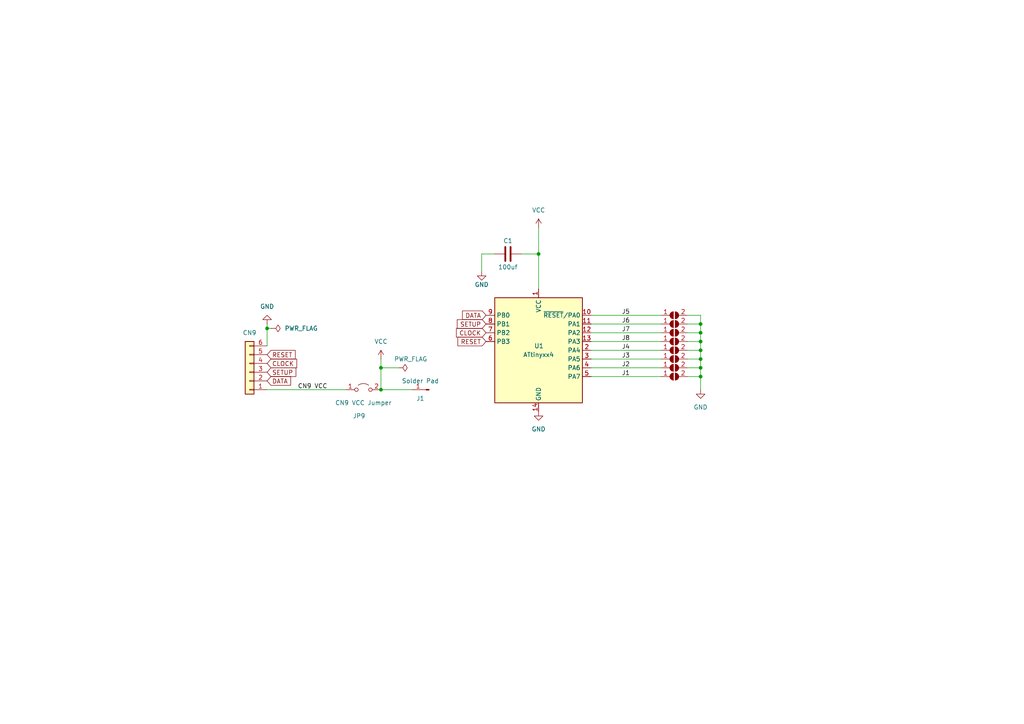
<source format=kicad_sch>
(kicad_sch (version 20211123) (generator eeschema)
  (paper "A4")
  (title_block (title "openkey-cps2") (rev "${REV}"))
  (lib_symbols
    (symbol "Connector:Conn_01x01_Male" (pin_names (offset 1.016) hide)
      (property "Reference" "J" (at 0 2.54 0))
      (property "Value" "Conn_01x01_Male" (at 0 -2.54 0))
      (symbol "Conn_01x01_Male_1_1"
        (polyline (pts (xy 1.27 0) (xy 0.8636 0)) (stroke (width 0.1524)))
        (rectangle (start 0.8636 0.127) (end 0 -0.127) (stroke (width 0.1524)) (fill (type outline)))
        (pin passive line (at 5.08 0 180) (length 3.81) (name "Pin_1") (number "1"))
      )
    )
    (symbol "Connector_Generic:Conn_01x06" (pin_names (offset 1.016) hide)
      (property "Reference" "J" (at 0 7.62 0))
      (property "Value" "Conn_01x06" (at 0 -10.16 0))
      (symbol "Conn_01x06_1_1"
        (rectangle (start -1.27 -7.493) (end 0 -7.747) (stroke (width 0.1524)))
        (rectangle (start -1.27 -4.953) (end 0 -5.207) (stroke (width 0.1524)))
        (rectangle (start -1.27 -2.413) (end 0 -2.667) (stroke (width 0.1524)))
        (rectangle (start -1.27 0.127) (end 0 -0.127) (stroke (width 0.1524)))
        (rectangle (start -1.27 2.667) (end 0 2.413) (stroke (width 0.1524)))
        (rectangle (start -1.27 5.207) (end 0 4.953) (stroke (width 0.1524)))
        (rectangle (start -1.27 6.35) (end 1.27 -8.89) (stroke (width 0.254)) (fill (type background)))
        (pin passive line (at -5.08 5.08 0) (length 3.81) (name "Pin_1") (number "1"))
        (pin passive line (at -5.08 2.54 0) (length 3.81) (name "Pin_2") (number "2"))
        (pin passive line (at -5.08 0 0) (length 3.81) (name "Pin_3") (number "3"))
        (pin passive line (at -5.08 -2.54 0) (length 3.81) (name "Pin_4") (number "4"))
        (pin passive line (at -5.08 -5.08 0) (length 3.81) (name "Pin_5") (number "5"))
        (pin passive line (at -5.08 -7.62 0) (length 3.81) (name "Pin_6") (number "6"))
      )
    )
    (symbol "Device:C" (pin_numbers hide) (pin_names (offset 0.254))
      (property "Reference" "C" (at 0.635 2.54 0))
      (property "Value" "C" (at 0.635 -2.54 0))
      (symbol "C_0_1"
        (polyline (pts (xy -2.032 -0.762) (xy 2.032 -0.762)) (stroke (width 0.508)))
        (polyline (pts (xy -2.032 0.762) (xy 2.032 0.762)) (stroke (width 0.508)))
      )
      (symbol "C_1_1"
        (pin passive line (at 0 3.81 270) (length 2.794) (name "~") (number "1"))
        (pin passive line (at 0 -3.81 90) (length 2.794) (name "~") (number "2"))
      )
    )
    (symbol "Jumper:Jumper_2_Open" (pin_names (offset 0) hide)
      (property "Reference" "JP" (at 0 2.794 0))
      (property "Value" "Jumper_2_Open" (at 0 -2.286 0))
      (symbol "Jumper_2_Open_0_0"
        (circle (center -2.032 0) (radius 0.508))
        (circle (center 2.032 0) (radius 0.508))
      )
      (symbol "Jumper_2_Open_0_1"
        (arc (start 1.524 1.27) (mid 0 1.778) (end -1.524 1.27))
      )
      (symbol "Jumper_2_Open_1_1"
        (pin passive line (at -5.08 0 0) (length 2.54) (name "A") (number "1"))
        (pin passive line (at 5.08 0 180) (length 2.54) (name "B") (number "2"))
      )
    )
    (symbol "Jumper:SolderJumper_2_Open" (pin_names (offset 0) hide)
      (property "Reference" "JP" (at 0 2.032 0))
      (property "Value" "SolderJumper_2_Open" (at 0 -2.54 0))
      (symbol "SolderJumper_2_Open_0_1"
        (arc (start -0.254 1.016) (mid -1.27 0) (end -0.254 -1.016))
        (arc (start -0.254 1.016) (mid -1.27 0) (end -0.254 -1.016) (fill (type outline)))
        (polyline (pts (xy -0.254 1.016) (xy -0.254 -1.016)))
        (polyline (pts (xy 0.254 1.016) (xy 0.254 -1.016)))
        (arc (start 0.254 -1.016) (mid 1.27 0) (end 0.254 1.016))
        (arc (start 0.254 -1.016) (mid 1.27 0) (end 0.254 1.016) (fill (type outline)))
      )
      (symbol "SolderJumper_2_Open_1_1"
        (pin passive line (at -3.81 0 0) (length 2.54) (name "A") (number "1"))
        (pin passive line (at 3.81 0 180) (length 2.54) (name "B") (number "2"))
      )
    )
    (symbol "MCU_Microchip_ATtiny:ATtiny404-SS"
      (property "Reference" "U" (at -12.7 16.51 0))
      (property "Value" "ATtiny404-SS" (at 2.54 -16.51 0))
      (symbol "ATtiny404-SS_0_1"
        (rectangle (start -12.7 -15.24) (end 12.7 15.24) (stroke (width 0.254)) (fill (type background)))
      )
      (symbol "ATtiny404-SS_1_1"
        (pin power_in line (at 0 17.78 270) (length 2.54) (name "VCC") (number "1"))
        (pin bidirectional line (at 15.24 10.16 180) (length 2.54) (name "~{RESET}/PA0") (number "10"))
        (pin bidirectional line (at 15.24 7.62 180) (length 2.54) (name "PA1") (number "11"))
        (pin bidirectional line (at 15.24 5.08 180) (length 2.54) (name "PA2") (number "12"))
        (pin bidirectional line (at 15.24 2.54 180) (length 2.54) (name "PA3") (number "13"))
        (pin power_in line (at 0 -17.78 90) (length 2.54) (name "GND") (number "14"))
        (pin bidirectional line (at 15.24 0 180) (length 2.54) (name "PA4") (number "2"))
        (pin bidirectional line (at 15.24 -2.54 180) (length 2.54) (name "PA5") (number "3"))
        (pin bidirectional line (at 15.24 -5.08 180) (length 2.54) (name "PA6") (number "4"))
        (pin bidirectional line (at 15.24 -7.62 180) (length 2.54) (name "PA7") (number "5"))
        (pin bidirectional line (at -15.24 2.54 0) (length 2.54) (name "PB3") (number "6"))
        (pin bidirectional line (at -15.24 5.08 0) (length 2.54) (name "PB2") (number "7"))
        (pin bidirectional line (at -15.24 7.62 0) (length 2.54) (name "PB1") (number "8"))
        (pin bidirectional line (at -15.24 10.16 0) (length 2.54) (name "PB0") (number "9"))
      )
    )
    (symbol "power:GND" (power) (pin_names (offset 0))
      (property "Value" "GND" (at 0 -3.81 0))
      (symbol "GND_0_1"
        (polyline (pts (xy 0 0) (xy 0 -1.27) (xy 1.27 -1.27) (xy 0 -2.54) (xy -1.27 -1.27) (xy 0 -1.27)))
      )
      (symbol "GND_1_1"
        (pin power_in line (at 0 0 270) (length 0) hide (name "GND") (number "1"))
      )
    )
    (symbol "power:PWR_FLAG" (power) (pin_numbers hide) (pin_names (offset 0) hide)
      (property "Value" "PWR_FLAG" (at 0 3.81 0))
      (symbol "PWR_FLAG_0_0"
        (pin power_out line (at 0 0 90) (length 0) (name "pwr") (number "1"))
      )
      (symbol "PWR_FLAG_0_1"
        (polyline (pts (xy 0 0) (xy 0 1.27) (xy -1.016 1.905) (xy 0 2.54) (xy 1.016 1.905) (xy 0 1.27)))
      )
    )
    (symbol "power:VCC" (power) (pin_names (offset 0))
      (property "Value" "VCC" (at 0 3.81 0))
      (symbol "VCC_0_1"
        (polyline (pts (xy -0.762 1.27) (xy 0 2.54)))
        (polyline (pts (xy 0 0) (xy 0 2.54)))
        (polyline (pts (xy 0 2.54) (xy 0.762 1.27)))
      )
      (symbol "VCC_1_1"
        (pin power_in line (at 0 0 90) (length 0) hide (name "VCC") (number "1"))
      )
    )
  )
  (junction (at 203.2 101.6))
  (junction (at 203.2 109.22))
  (junction (at 77.47 95.25))
  (junction (at 156.21 73.66))
  (junction (at 110.49 113.03))
  (junction (at 203.2 104.14))
  (junction (at 203.2 93.98))
  (junction (at 203.2 106.68))
  (junction (at 203.2 96.52))
  (junction (at 110.49 106.68))
  (junction (at 203.2 99.06))
  (wire (pts (xy 156.21 66.04) (xy 156.21 73.66)))
  (wire (pts (xy 199.39 109.22) (xy 203.2 109.22)))
  (wire (pts (xy 115.57 106.68) (xy 110.49 106.68)))
  (wire (pts (xy 199.39 104.14) (xy 203.2 104.14)))
  (wire (pts (xy 78.74 95.25) (xy 77.47 95.25)))
  (wire (pts (xy 171.45 109.22) (xy 191.77 109.22)))
  (wire (pts (xy 77.47 113.03) (xy 100.33 113.03)))
  (wire (pts (xy 143.51 73.66) (xy 139.7 73.66)))
  (wire (pts (xy 203.2 104.14) (xy 203.2 106.68)))
  (wire (pts (xy 203.2 106.68) (xy 203.2 109.22)))
  (wire (pts (xy 203.2 101.6) (xy 203.2 104.14)))
  (wire (pts (xy 203.2 91.44) (xy 203.2 93.98)))
  (wire (pts (xy 171.45 93.98) (xy 191.77 93.98)))
  (wire (pts (xy 110.49 113.03) (xy 119.38 113.03)))
  (wire (pts (xy 171.45 104.14) (xy 191.77 104.14)))
  (wire (pts (xy 156.21 73.66) (xy 156.21 83.82)))
  (wire (pts (xy 171.45 96.52) (xy 191.77 96.52)))
  (wire (pts (xy 199.39 99.06) (xy 203.2 99.06)))
  (wire (pts (xy 151.13 73.66) (xy 156.21 73.66)))
  (wire (pts (xy 203.2 96.52) (xy 203.2 99.06)))
  (wire (pts (xy 139.7 73.66) (xy 139.7 78.74)))
  (wire (pts (xy 203.2 99.06) (xy 203.2 101.6)))
  (wire (pts (xy 77.47 100.33) (xy 77.47 95.25)))
  (wire (pts (xy 77.47 95.25) (xy 77.47 93.98)))
  (wire (pts (xy 203.2 93.98) (xy 203.2 96.52)))
  (wire (pts (xy 171.45 99.06) (xy 191.77 99.06)))
  (wire (pts (xy 171.45 91.44) (xy 191.77 91.44)))
  (wire (pts (xy 171.45 106.68) (xy 191.77 106.68)))
  (wire (pts (xy 110.49 106.68) (xy 110.49 113.03)))
  (wire (pts (xy 110.49 104.14) (xy 110.49 106.68)))
  (wire (pts (xy 199.39 91.44) (xy 203.2 91.44)))
  (wire (pts (xy 199.39 96.52) (xy 203.2 96.52)))
  (wire (pts (xy 199.39 106.68) (xy 203.2 106.68)))
  (wire (pts (xy 199.39 93.98) (xy 203.2 93.98)))
  (wire (pts (xy 171.45 101.6) (xy 191.77 101.6)))
  (wire (pts (xy 203.2 109.22) (xy 203.2 113.03)))
  (wire (pts (xy 199.39 101.6) (xy 203.2 101.6)))
  (label "J3" (at 180.34 104.14 0))
  (label "J2" (at 180.34 106.68 0))
  (label "J1" (at 180.34 109.22 0))
  (label "J7" (at 180.34 96.52 0))
  (label "J6" (at 180.34 93.98 0))
  (label "J8" (at 180.34 99.06 0))
  (label "CN9 VCC" (at 86.36 113.03 0))
  (label "J4" (at 180.34 101.6 0))
  (label "J5" (at 180.34 91.44 0))
  (global_label "SETUP" (shape input) (at 140.97 93.98 180) (property "Intersheet References" "${INTERSHEET_REFS}" (effects hide)))
  (global_label "RESET" (shape input) (at 77.47 102.87 0) (property "Intersheet References" "${INTERSHEET_REFS}" (effects hide)))
  (global_label "CLOCK" (shape input) (at 140.97 96.52 180) (property "Intersheet References" "${INTERSHEET_REFS}" (effects hide)))
  (global_label "DATA" (shape input) (at 140.97 91.44 180) (property "Intersheet References" "${INTERSHEET_REFS}" (effects hide)))
  (global_label "SETUP" (shape input) (at 77.47 107.95 0) (property "Intersheet References" "${INTERSHEET_REFS}" (effects hide)))
  (global_label "CLOCK" (shape input) (at 77.47 105.41 0) (property "Intersheet References" "${INTERSHEET_REFS}" (effects hide)))
  (global_label "RESET" (shape input) (at 140.97 99.06 180) (property "Intersheet References" "${INTERSHEET_REFS}" (effects hide)))
  (global_label "DATA" (shape input) (at 77.47 110.49 0) (property "Intersheet References" "${INTERSHEET_REFS}" (effects hide)))
  (symbol (lib_id "Connector:Conn_01x01_Male") (at 124.46 113.03 180) (unit 1)
    (property "Reference" "J1" (at 121.92 115.57 0))
    (property "Value" "Solder Pad" (at 121.92 110.49 0))
    (property "Footprint" "TestPoint:TestPoint_Pad_D2.5mm" (effects hide))
  )
  (symbol (lib_id "Jumper:SolderJumper_2_Open") (at 195.58 101.6 0) (unit 1)
    (property "Reference" "JP5" (effects hide))
    (property "Value" "SolderJumper_2_Open" (effects hide))
    (property "Footprint" "Jumper:SolderJumper-2_P1.3mm_Open_RoundedPad1.0x1.5mm" (effects hide))
  )
  (symbol (lib_id "Jumper:SolderJumper_2_Open") (at 195.58 96.52 0) (unit 1)
    (property "Reference" "JP3" (effects hide))
    (property "Value" "SolderJumper_2_Open" (effects hide))
    (property "Footprint" "Jumper:SolderJumper-2_P1.3mm_Open_RoundedPad1.0x1.5mm" (effects hide))
  )
  (symbol (lib_id "power:GND") (at 139.7 78.74 0) (unit 1)
    (property "Reference" "#PWR0102" (effects hide))
    (property "Value" "GND" (at 139.7 82.55 0))
  )
  (symbol (lib_id "power:VCC") (at 156.21 66.04 0) (unit 1)
    (property "Reference" "#PWR0101" (effects hide))
    (property "Value" "VCC" (at 156.21 60.96 0))
  )
  (symbol (lib_id "power:GND") (at 77.47 93.98 0) (mirror x) (unit 1)
    (property "Reference" "#PWR0105" (effects hide))
    (property "Value" "GND" (at 77.47 88.9 0))
  )
  (symbol (lib_id "power:GND") (at 156.21 119.38 0) (unit 1)
    (property "Reference" "#PWR0103" (effects hide))
    (property "Value" "GND" (at 156.21 124.46 0))
  )
  (symbol (lib_id "Jumper:Jumper_2_Open") (at 105.41 113.03 0) (unit 1)
    (property "Reference" "JP9" (at 104.14 120.65 0))
    (property "Value" "CN9 VCC Jumper" (at 105.41 116.84 0))
    (property "Footprint" "Jumper:SolderJumper-2_P1.3mm_Open_RoundedPad1.0x1.5mm" (effects hide))
  )
  (symbol (lib_id "Jumper:SolderJumper_2_Open") (at 195.58 104.14 0) (unit 1)
    (property "Reference" "JP6" (effects hide))
    (property "Value" "SolderJumper_2_Open" (effects hide))
    (property "Footprint" "Jumper:SolderJumper-2_P1.3mm_Open_RoundedPad1.0x1.5mm" (effects hide))
  )
  (symbol (lib_id "power:PWR_FLAG") (at 78.74 95.25 270) (mirror x) (unit 1)
    (property "Reference" "#FLG0101" (effects hide))
    (property "Value" "PWR_FLAG" (at 82.55 95.2501 90) (effects (justify left)))
  )
  (symbol (lib_id "power:PWR_FLAG") (at 115.57 106.68 270) (mirror x) (unit 1)
    (property "Reference" "#FLG0102" (effects hide))
    (property "Value" "PWR_FLAG" (at 114.3 104.14 90) (effects (justify left)))
  )
  (symbol (lib_id "power:GND") (at 203.2 113.03 0) (unit 1)
    (property "Reference" "#PWR0104" (effects hide))
    (property "Value" "GND" (at 203.2 118.11 0))
  )
  (symbol (lib_id "Connector_Generic:Conn_01x06") (at 72.39 107.95 180) (unit 1)
    (property "Reference" "CN9" (at 72.39 96.52 0))
    (property "Value" "Conn_01x06" (effects hide))
    (property "Footprint" "Connector_PinHeader_2.54mm:PinHeader_1x06_P2.54mm_Vertical" (effects hide))
  )
  (symbol (lib_id "Jumper:SolderJumper_2_Open") (at 195.58 91.44 0) (unit 1)
    (property "Reference" "JP1" (effects hide))
    (property "Value" "SolderJumper_2_Open" (effects hide))
    (property "Footprint" "Jumper:SolderJumper-2_P1.3mm_Open_RoundedPad1.0x1.5mm" (effects hide))
  )
  (symbol (lib_id "Jumper:SolderJumper_2_Open") (at 195.58 93.98 0) (unit 1)
    (property "Reference" "JP2" (effects hide))
    (property "Value" "SolderJumper_2_Open" (effects hide))
    (property "Footprint" "Jumper:SolderJumper-2_P1.3mm_Open_RoundedPad1.0x1.5mm" (effects hide))
  )
  (symbol (lib_id "MCU_Microchip_ATtiny:ATtiny404-SS") (at 156.21 101.6 0) (unit 1)
    (property "Reference" "U1" (at 154.94 100.33 0) (effects (justify left)))
    (property "Value" "ATtinyxx4" (at 156.21 102.87 0))
    (property "Footprint" "openkey:SOIC-14_3.9x8.7mm_P1.27mm" (effects hide))
    (property "Datasheet" "http://ww1.microchip.com/downloads/en/DeviceDoc/50002687A.pdf" (effects hide))
  )
  (symbol (lib_id "power:VCC") (at 110.49 104.14 0) (unit 1)
    (property "Reference" "#PWR01" (effects hide))
    (property "Value" "VCC" (at 110.49 99.06 0))
  )
  (symbol (lib_id "Device:C") (at 147.32 73.66 90) (unit 1)
    (property "Reference" "C1" (at 147.32 69.85 90))
    (property "Value" "100uf" (at 147.32 77.47 90))
    (property "Footprint" "openkey:C_0805_2012Metric_Pad1.18x1.45mm_HandSolder" (effects hide))
  )
  (symbol (lib_id "Jumper:SolderJumper_2_Open") (at 195.58 99.06 0) (unit 1)
    (property "Reference" "JP4" (effects hide))
    (property "Value" "SolderJumper_2_Open" (effects hide))
    (property "Footprint" "Jumper:SolderJumper-2_P1.3mm_Open_RoundedPad1.0x1.5mm" (effects hide))
  )
  (symbol (lib_id "Jumper:SolderJumper_2_Open") (at 195.58 109.22 0) (unit 1)
    (property "Reference" "JP8" (effects hide))
    (property "Value" "SolderJumper_2_Open" (effects hide))
    (property "Footprint" "Jumper:SolderJumper-2_P1.3mm_Open_RoundedPad1.0x1.5mm" (effects hide))
  )
  (symbol (lib_id "Jumper:SolderJumper_2_Open") (at 195.58 106.68 0) (unit 1)
    (property "Reference" "JP7" (effects hide))
    (property "Value" "SolderJumper_2_Open" (effects hide))
    (property "Footprint" "Jumper:SolderJumper-2_P1.3mm_Open_RoundedPad1.0x1.5mm" (effects hide))
  )
)
</source>
